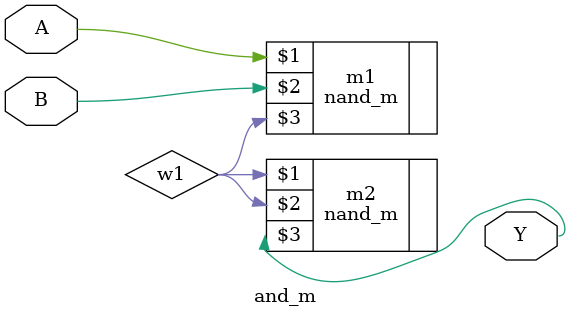
<source format=v>
module and_m(A,B,Y);

input A,B;
output Y;

wire w1;

nand_m m1(A,B,w1);
nand_m m2(w1,w1,Y);

endmodule

</source>
